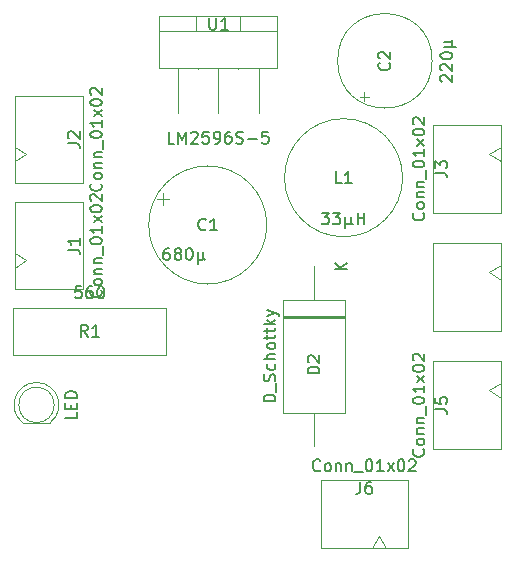
<source format=gbr>
G04 #@! TF.GenerationSoftware,KiCad,Pcbnew,(5.1.7)-1*
G04 #@! TF.CreationDate,2021-02-14T19:11:42+02:00*
G04 #@! TF.ProjectId,power_supply,706f7765-725f-4737-9570-706c792e6b69,rev?*
G04 #@! TF.SameCoordinates,Original*
G04 #@! TF.FileFunction,Other,Fab,Top*
%FSLAX46Y46*%
G04 Gerber Fmt 4.6, Leading zero omitted, Abs format (unit mm)*
G04 Created by KiCad (PCBNEW (5.1.7)-1) date 2021-02-14 19:11:42*
%MOMM*%
%LPD*%
G01*
G04 APERTURE LIST*
%ADD10C,0.100000*%
%ADD11C,0.150000*%
G04 APERTURE END LIST*
D10*
X193950000Y-158350000D02*
X193950000Y-152600000D01*
X193950000Y-152600000D02*
X186550000Y-152600000D01*
X186550000Y-152600000D02*
X186550000Y-158350000D01*
X186550000Y-158350000D02*
X193950000Y-158350000D01*
X192125000Y-158350000D02*
X191500000Y-157350000D01*
X191500000Y-157350000D02*
X190875000Y-158350000D01*
X201850000Y-142550000D02*
X196100000Y-142550000D01*
X196100000Y-142550000D02*
X196100000Y-149950000D01*
X196100000Y-149950000D02*
X201850000Y-149950000D01*
X201850000Y-149950000D02*
X201850000Y-142550000D01*
X201850000Y-144375000D02*
X200850000Y-145000000D01*
X200850000Y-145000000D02*
X201850000Y-145625000D01*
X173500000Y-142000000D02*
X173500000Y-138000000D01*
X173500000Y-138000000D02*
X160500000Y-138000000D01*
X160500000Y-138000000D02*
X160500000Y-142000000D01*
X160500000Y-142000000D02*
X173500000Y-142000000D01*
X163665476Y-147730555D02*
G75*
G03*
X161333810Y-147730000I-1165476J1500555D01*
G01*
X164000000Y-146230000D02*
G75*
G03*
X164000000Y-146230000I-1500000J0D01*
G01*
X161333810Y-147730000D02*
X163666190Y-147730000D01*
X160650000Y-127450000D02*
X166400000Y-127450000D01*
X166400000Y-127450000D02*
X166400000Y-120050000D01*
X166400000Y-120050000D02*
X160650000Y-120050000D01*
X160650000Y-120050000D02*
X160650000Y-127450000D01*
X160650000Y-125625000D02*
X161650000Y-125000000D01*
X161650000Y-125000000D02*
X160650000Y-124375000D01*
X160650000Y-136450000D02*
X166400000Y-136450000D01*
X166400000Y-136450000D02*
X166400000Y-129050000D01*
X166400000Y-129050000D02*
X160650000Y-129050000D01*
X160650000Y-129050000D02*
X160650000Y-136450000D01*
X160650000Y-134625000D02*
X161650000Y-134000000D01*
X161650000Y-134000000D02*
X160650000Y-133375000D01*
X182000000Y-131000000D02*
G75*
G03*
X182000000Y-131000000I-5000000J0D01*
G01*
X172711139Y-128812500D02*
X173711139Y-128812500D01*
X173211139Y-128312500D02*
X173211139Y-129312500D01*
X189852500Y-120126759D02*
X190652500Y-120126759D01*
X190252500Y-120526759D02*
X190252500Y-119726759D01*
X196000000Y-117100000D02*
G75*
G03*
X196000000Y-117100000I-4000000J0D01*
G01*
X188605000Y-138684500D02*
X183395000Y-138684500D01*
X188605000Y-138884500D02*
X183395000Y-138884500D01*
X188605000Y-138784500D02*
X183395000Y-138784500D01*
X186000000Y-149740000D02*
X186000000Y-146885000D01*
X186000000Y-134500000D02*
X186000000Y-137355000D01*
X188605000Y-146885000D02*
X188605000Y-137355000D01*
X183395000Y-146885000D02*
X188605000Y-146885000D01*
X183395000Y-137355000D02*
X183395000Y-146885000D01*
X188605000Y-137355000D02*
X183395000Y-137355000D01*
X200850000Y-125000000D02*
X201850000Y-125625000D01*
X201850000Y-124375000D02*
X200850000Y-125000000D01*
X201850000Y-129950000D02*
X201850000Y-122550000D01*
X196100000Y-129950000D02*
X201850000Y-129950000D01*
X196100000Y-122550000D02*
X196100000Y-129950000D01*
X201850000Y-122550000D02*
X196100000Y-122550000D01*
X200850000Y-135000000D02*
X201850000Y-135625000D01*
X201850000Y-134375000D02*
X200850000Y-135000000D01*
X201850000Y-139950000D02*
X201850000Y-132550000D01*
X196100000Y-139950000D02*
X201850000Y-139950000D01*
X196100000Y-132550000D02*
X196100000Y-139950000D01*
X201850000Y-132550000D02*
X196100000Y-132550000D01*
X193500000Y-127000000D02*
G75*
G03*
X193500000Y-127000000I-5000000J0D01*
G01*
X181300000Y-117700000D02*
X181300000Y-121500000D01*
X179600000Y-117700000D02*
X179600000Y-117800000D01*
X177900000Y-117700000D02*
X177900000Y-121500000D01*
X176200000Y-117700000D02*
X176200000Y-117800000D01*
X174500000Y-117700000D02*
X174500000Y-121500000D01*
X179750000Y-113300000D02*
X179750000Y-114570000D01*
X176050000Y-113300000D02*
X176050000Y-114570000D01*
X172900000Y-114570000D02*
X182900000Y-114570000D01*
X182900000Y-113300000D02*
X172900000Y-113300000D01*
X182900000Y-117700000D02*
X182900000Y-113300000D01*
X172900000Y-117700000D02*
X182900000Y-117700000D01*
X172900000Y-113300000D02*
X172900000Y-117700000D01*
D11*
X186511904Y-151757142D02*
X186464285Y-151804761D01*
X186321428Y-151852380D01*
X186226190Y-151852380D01*
X186083333Y-151804761D01*
X185988095Y-151709523D01*
X185940476Y-151614285D01*
X185892857Y-151423809D01*
X185892857Y-151280952D01*
X185940476Y-151090476D01*
X185988095Y-150995238D01*
X186083333Y-150900000D01*
X186226190Y-150852380D01*
X186321428Y-150852380D01*
X186464285Y-150900000D01*
X186511904Y-150947619D01*
X187083333Y-151852380D02*
X186988095Y-151804761D01*
X186940476Y-151757142D01*
X186892857Y-151661904D01*
X186892857Y-151376190D01*
X186940476Y-151280952D01*
X186988095Y-151233333D01*
X187083333Y-151185714D01*
X187226190Y-151185714D01*
X187321428Y-151233333D01*
X187369047Y-151280952D01*
X187416666Y-151376190D01*
X187416666Y-151661904D01*
X187369047Y-151757142D01*
X187321428Y-151804761D01*
X187226190Y-151852380D01*
X187083333Y-151852380D01*
X187845238Y-151185714D02*
X187845238Y-151852380D01*
X187845238Y-151280952D02*
X187892857Y-151233333D01*
X187988095Y-151185714D01*
X188130952Y-151185714D01*
X188226190Y-151233333D01*
X188273809Y-151328571D01*
X188273809Y-151852380D01*
X188750000Y-151185714D02*
X188750000Y-151852380D01*
X188750000Y-151280952D02*
X188797619Y-151233333D01*
X188892857Y-151185714D01*
X189035714Y-151185714D01*
X189130952Y-151233333D01*
X189178571Y-151328571D01*
X189178571Y-151852380D01*
X189416666Y-151947619D02*
X190178571Y-151947619D01*
X190607142Y-150852380D02*
X190702380Y-150852380D01*
X190797619Y-150900000D01*
X190845238Y-150947619D01*
X190892857Y-151042857D01*
X190940476Y-151233333D01*
X190940476Y-151471428D01*
X190892857Y-151661904D01*
X190845238Y-151757142D01*
X190797619Y-151804761D01*
X190702380Y-151852380D01*
X190607142Y-151852380D01*
X190511904Y-151804761D01*
X190464285Y-151757142D01*
X190416666Y-151661904D01*
X190369047Y-151471428D01*
X190369047Y-151233333D01*
X190416666Y-151042857D01*
X190464285Y-150947619D01*
X190511904Y-150900000D01*
X190607142Y-150852380D01*
X191892857Y-151852380D02*
X191321428Y-151852380D01*
X191607142Y-151852380D02*
X191607142Y-150852380D01*
X191511904Y-150995238D01*
X191416666Y-151090476D01*
X191321428Y-151138095D01*
X192226190Y-151852380D02*
X192750000Y-151185714D01*
X192226190Y-151185714D02*
X192750000Y-151852380D01*
X193321428Y-150852380D02*
X193416666Y-150852380D01*
X193511904Y-150900000D01*
X193559523Y-150947619D01*
X193607142Y-151042857D01*
X193654761Y-151233333D01*
X193654761Y-151471428D01*
X193607142Y-151661904D01*
X193559523Y-151757142D01*
X193511904Y-151804761D01*
X193416666Y-151852380D01*
X193321428Y-151852380D01*
X193226190Y-151804761D01*
X193178571Y-151757142D01*
X193130952Y-151661904D01*
X193083333Y-151471428D01*
X193083333Y-151233333D01*
X193130952Y-151042857D01*
X193178571Y-150947619D01*
X193226190Y-150900000D01*
X193321428Y-150852380D01*
X194035714Y-150947619D02*
X194083333Y-150900000D01*
X194178571Y-150852380D01*
X194416666Y-150852380D01*
X194511904Y-150900000D01*
X194559523Y-150947619D01*
X194607142Y-151042857D01*
X194607142Y-151138095D01*
X194559523Y-151280952D01*
X193988095Y-151852380D01*
X194607142Y-151852380D01*
X189916666Y-152752380D02*
X189916666Y-153466666D01*
X189869047Y-153609523D01*
X189773809Y-153704761D01*
X189630952Y-153752380D01*
X189535714Y-153752380D01*
X190821428Y-152752380D02*
X190630952Y-152752380D01*
X190535714Y-152800000D01*
X190488095Y-152847619D01*
X190392857Y-152990476D01*
X190345238Y-153180952D01*
X190345238Y-153561904D01*
X190392857Y-153657142D01*
X190440476Y-153704761D01*
X190535714Y-153752380D01*
X190726190Y-153752380D01*
X190821428Y-153704761D01*
X190869047Y-153657142D01*
X190916666Y-153561904D01*
X190916666Y-153323809D01*
X190869047Y-153228571D01*
X190821428Y-153180952D01*
X190726190Y-153133333D01*
X190535714Y-153133333D01*
X190440476Y-153180952D01*
X190392857Y-153228571D01*
X190345238Y-153323809D01*
X195257142Y-149988095D02*
X195304761Y-150035714D01*
X195352380Y-150178571D01*
X195352380Y-150273809D01*
X195304761Y-150416666D01*
X195209523Y-150511904D01*
X195114285Y-150559523D01*
X194923809Y-150607142D01*
X194780952Y-150607142D01*
X194590476Y-150559523D01*
X194495238Y-150511904D01*
X194400000Y-150416666D01*
X194352380Y-150273809D01*
X194352380Y-150178571D01*
X194400000Y-150035714D01*
X194447619Y-149988095D01*
X195352380Y-149416666D02*
X195304761Y-149511904D01*
X195257142Y-149559523D01*
X195161904Y-149607142D01*
X194876190Y-149607142D01*
X194780952Y-149559523D01*
X194733333Y-149511904D01*
X194685714Y-149416666D01*
X194685714Y-149273809D01*
X194733333Y-149178571D01*
X194780952Y-149130952D01*
X194876190Y-149083333D01*
X195161904Y-149083333D01*
X195257142Y-149130952D01*
X195304761Y-149178571D01*
X195352380Y-149273809D01*
X195352380Y-149416666D01*
X194685714Y-148654761D02*
X195352380Y-148654761D01*
X194780952Y-148654761D02*
X194733333Y-148607142D01*
X194685714Y-148511904D01*
X194685714Y-148369047D01*
X194733333Y-148273809D01*
X194828571Y-148226190D01*
X195352380Y-148226190D01*
X194685714Y-147750000D02*
X195352380Y-147750000D01*
X194780952Y-147750000D02*
X194733333Y-147702380D01*
X194685714Y-147607142D01*
X194685714Y-147464285D01*
X194733333Y-147369047D01*
X194828571Y-147321428D01*
X195352380Y-147321428D01*
X195447619Y-147083333D02*
X195447619Y-146321428D01*
X194352380Y-145892857D02*
X194352380Y-145797619D01*
X194400000Y-145702380D01*
X194447619Y-145654761D01*
X194542857Y-145607142D01*
X194733333Y-145559523D01*
X194971428Y-145559523D01*
X195161904Y-145607142D01*
X195257142Y-145654761D01*
X195304761Y-145702380D01*
X195352380Y-145797619D01*
X195352380Y-145892857D01*
X195304761Y-145988095D01*
X195257142Y-146035714D01*
X195161904Y-146083333D01*
X194971428Y-146130952D01*
X194733333Y-146130952D01*
X194542857Y-146083333D01*
X194447619Y-146035714D01*
X194400000Y-145988095D01*
X194352380Y-145892857D01*
X195352380Y-144607142D02*
X195352380Y-145178571D01*
X195352380Y-144892857D02*
X194352380Y-144892857D01*
X194495238Y-144988095D01*
X194590476Y-145083333D01*
X194638095Y-145178571D01*
X195352380Y-144273809D02*
X194685714Y-143750000D01*
X194685714Y-144273809D02*
X195352380Y-143750000D01*
X194352380Y-143178571D02*
X194352380Y-143083333D01*
X194400000Y-142988095D01*
X194447619Y-142940476D01*
X194542857Y-142892857D01*
X194733333Y-142845238D01*
X194971428Y-142845238D01*
X195161904Y-142892857D01*
X195257142Y-142940476D01*
X195304761Y-142988095D01*
X195352380Y-143083333D01*
X195352380Y-143178571D01*
X195304761Y-143273809D01*
X195257142Y-143321428D01*
X195161904Y-143369047D01*
X194971428Y-143416666D01*
X194733333Y-143416666D01*
X194542857Y-143369047D01*
X194447619Y-143321428D01*
X194400000Y-143273809D01*
X194352380Y-143178571D01*
X194447619Y-142464285D02*
X194400000Y-142416666D01*
X194352380Y-142321428D01*
X194352380Y-142083333D01*
X194400000Y-141988095D01*
X194447619Y-141940476D01*
X194542857Y-141892857D01*
X194638095Y-141892857D01*
X194780952Y-141940476D01*
X195352380Y-142511904D01*
X195352380Y-141892857D01*
X196252380Y-146583333D02*
X196966666Y-146583333D01*
X197109523Y-146630952D01*
X197204761Y-146726190D01*
X197252380Y-146869047D01*
X197252380Y-146964285D01*
X196252380Y-145630952D02*
X196252380Y-146107142D01*
X196728571Y-146154761D01*
X196680952Y-146107142D01*
X196633333Y-146011904D01*
X196633333Y-145773809D01*
X196680952Y-145678571D01*
X196728571Y-145630952D01*
X196823809Y-145583333D01*
X197061904Y-145583333D01*
X197157142Y-145630952D01*
X197204761Y-145678571D01*
X197252380Y-145773809D01*
X197252380Y-146011904D01*
X197204761Y-146107142D01*
X197157142Y-146154761D01*
X166285714Y-136202380D02*
X165809523Y-136202380D01*
X165761904Y-136678571D01*
X165809523Y-136630952D01*
X165904761Y-136583333D01*
X166142857Y-136583333D01*
X166238095Y-136630952D01*
X166285714Y-136678571D01*
X166333333Y-136773809D01*
X166333333Y-137011904D01*
X166285714Y-137107142D01*
X166238095Y-137154761D01*
X166142857Y-137202380D01*
X165904761Y-137202380D01*
X165809523Y-137154761D01*
X165761904Y-137107142D01*
X167190476Y-136202380D02*
X167000000Y-136202380D01*
X166904761Y-136250000D01*
X166857142Y-136297619D01*
X166761904Y-136440476D01*
X166714285Y-136630952D01*
X166714285Y-137011904D01*
X166761904Y-137107142D01*
X166809523Y-137154761D01*
X166904761Y-137202380D01*
X167095238Y-137202380D01*
X167190476Y-137154761D01*
X167238095Y-137107142D01*
X167285714Y-137011904D01*
X167285714Y-136773809D01*
X167238095Y-136678571D01*
X167190476Y-136630952D01*
X167095238Y-136583333D01*
X166904761Y-136583333D01*
X166809523Y-136630952D01*
X166761904Y-136678571D01*
X166714285Y-136773809D01*
X167904761Y-136202380D02*
X168000000Y-136202380D01*
X168095238Y-136250000D01*
X168142857Y-136297619D01*
X168190476Y-136392857D01*
X168238095Y-136583333D01*
X168238095Y-136821428D01*
X168190476Y-137011904D01*
X168142857Y-137107142D01*
X168095238Y-137154761D01*
X168000000Y-137202380D01*
X167904761Y-137202380D01*
X167809523Y-137154761D01*
X167761904Y-137107142D01*
X167714285Y-137011904D01*
X167666666Y-136821428D01*
X167666666Y-136583333D01*
X167714285Y-136392857D01*
X167761904Y-136297619D01*
X167809523Y-136250000D01*
X167904761Y-136202380D01*
X166833333Y-140452380D02*
X166500000Y-139976190D01*
X166261904Y-140452380D02*
X166261904Y-139452380D01*
X166642857Y-139452380D01*
X166738095Y-139500000D01*
X166785714Y-139547619D01*
X166833333Y-139642857D01*
X166833333Y-139785714D01*
X166785714Y-139880952D01*
X166738095Y-139928571D01*
X166642857Y-139976190D01*
X166261904Y-139976190D01*
X167785714Y-140452380D02*
X167214285Y-140452380D01*
X167500000Y-140452380D02*
X167500000Y-139452380D01*
X167404761Y-139595238D01*
X167309523Y-139690476D01*
X167214285Y-139738095D01*
X165912380Y-146872857D02*
X165912380Y-147349047D01*
X164912380Y-147349047D01*
X165388571Y-146539523D02*
X165388571Y-146206190D01*
X165912380Y-146063333D02*
X165912380Y-146539523D01*
X164912380Y-146539523D01*
X164912380Y-146063333D01*
X165912380Y-145634761D02*
X164912380Y-145634761D01*
X164912380Y-145396666D01*
X164960000Y-145253809D01*
X165055238Y-145158571D01*
X165150476Y-145110952D01*
X165340952Y-145063333D01*
X165483809Y-145063333D01*
X165674285Y-145110952D01*
X165769523Y-145158571D01*
X165864761Y-145253809D01*
X165912380Y-145396666D01*
X165912380Y-145634761D01*
X167957142Y-127488095D02*
X168004761Y-127535714D01*
X168052380Y-127678571D01*
X168052380Y-127773809D01*
X168004761Y-127916666D01*
X167909523Y-128011904D01*
X167814285Y-128059523D01*
X167623809Y-128107142D01*
X167480952Y-128107142D01*
X167290476Y-128059523D01*
X167195238Y-128011904D01*
X167100000Y-127916666D01*
X167052380Y-127773809D01*
X167052380Y-127678571D01*
X167100000Y-127535714D01*
X167147619Y-127488095D01*
X168052380Y-126916666D02*
X168004761Y-127011904D01*
X167957142Y-127059523D01*
X167861904Y-127107142D01*
X167576190Y-127107142D01*
X167480952Y-127059523D01*
X167433333Y-127011904D01*
X167385714Y-126916666D01*
X167385714Y-126773809D01*
X167433333Y-126678571D01*
X167480952Y-126630952D01*
X167576190Y-126583333D01*
X167861904Y-126583333D01*
X167957142Y-126630952D01*
X168004761Y-126678571D01*
X168052380Y-126773809D01*
X168052380Y-126916666D01*
X167385714Y-126154761D02*
X168052380Y-126154761D01*
X167480952Y-126154761D02*
X167433333Y-126107142D01*
X167385714Y-126011904D01*
X167385714Y-125869047D01*
X167433333Y-125773809D01*
X167528571Y-125726190D01*
X168052380Y-125726190D01*
X167385714Y-125250000D02*
X168052380Y-125250000D01*
X167480952Y-125250000D02*
X167433333Y-125202380D01*
X167385714Y-125107142D01*
X167385714Y-124964285D01*
X167433333Y-124869047D01*
X167528571Y-124821428D01*
X168052380Y-124821428D01*
X168147619Y-124583333D02*
X168147619Y-123821428D01*
X167052380Y-123392857D02*
X167052380Y-123297619D01*
X167100000Y-123202380D01*
X167147619Y-123154761D01*
X167242857Y-123107142D01*
X167433333Y-123059523D01*
X167671428Y-123059523D01*
X167861904Y-123107142D01*
X167957142Y-123154761D01*
X168004761Y-123202380D01*
X168052380Y-123297619D01*
X168052380Y-123392857D01*
X168004761Y-123488095D01*
X167957142Y-123535714D01*
X167861904Y-123583333D01*
X167671428Y-123630952D01*
X167433333Y-123630952D01*
X167242857Y-123583333D01*
X167147619Y-123535714D01*
X167100000Y-123488095D01*
X167052380Y-123392857D01*
X168052380Y-122107142D02*
X168052380Y-122678571D01*
X168052380Y-122392857D02*
X167052380Y-122392857D01*
X167195238Y-122488095D01*
X167290476Y-122583333D01*
X167338095Y-122678571D01*
X168052380Y-121773809D02*
X167385714Y-121250000D01*
X167385714Y-121773809D02*
X168052380Y-121250000D01*
X167052380Y-120678571D02*
X167052380Y-120583333D01*
X167100000Y-120488095D01*
X167147619Y-120440476D01*
X167242857Y-120392857D01*
X167433333Y-120345238D01*
X167671428Y-120345238D01*
X167861904Y-120392857D01*
X167957142Y-120440476D01*
X168004761Y-120488095D01*
X168052380Y-120583333D01*
X168052380Y-120678571D01*
X168004761Y-120773809D01*
X167957142Y-120821428D01*
X167861904Y-120869047D01*
X167671428Y-120916666D01*
X167433333Y-120916666D01*
X167242857Y-120869047D01*
X167147619Y-120821428D01*
X167100000Y-120773809D01*
X167052380Y-120678571D01*
X167147619Y-119964285D02*
X167100000Y-119916666D01*
X167052380Y-119821428D01*
X167052380Y-119583333D01*
X167100000Y-119488095D01*
X167147619Y-119440476D01*
X167242857Y-119392857D01*
X167338095Y-119392857D01*
X167480952Y-119440476D01*
X168052380Y-120011904D01*
X168052380Y-119392857D01*
X165152380Y-124083333D02*
X165866666Y-124083333D01*
X166009523Y-124130952D01*
X166104761Y-124226190D01*
X166152380Y-124369047D01*
X166152380Y-124464285D01*
X165247619Y-123654761D02*
X165200000Y-123607142D01*
X165152380Y-123511904D01*
X165152380Y-123273809D01*
X165200000Y-123178571D01*
X165247619Y-123130952D01*
X165342857Y-123083333D01*
X165438095Y-123083333D01*
X165580952Y-123130952D01*
X166152380Y-123702380D01*
X166152380Y-123083333D01*
X167957142Y-136488095D02*
X168004761Y-136535714D01*
X168052380Y-136678571D01*
X168052380Y-136773809D01*
X168004761Y-136916666D01*
X167909523Y-137011904D01*
X167814285Y-137059523D01*
X167623809Y-137107142D01*
X167480952Y-137107142D01*
X167290476Y-137059523D01*
X167195238Y-137011904D01*
X167100000Y-136916666D01*
X167052380Y-136773809D01*
X167052380Y-136678571D01*
X167100000Y-136535714D01*
X167147619Y-136488095D01*
X168052380Y-135916666D02*
X168004761Y-136011904D01*
X167957142Y-136059523D01*
X167861904Y-136107142D01*
X167576190Y-136107142D01*
X167480952Y-136059523D01*
X167433333Y-136011904D01*
X167385714Y-135916666D01*
X167385714Y-135773809D01*
X167433333Y-135678571D01*
X167480952Y-135630952D01*
X167576190Y-135583333D01*
X167861904Y-135583333D01*
X167957142Y-135630952D01*
X168004761Y-135678571D01*
X168052380Y-135773809D01*
X168052380Y-135916666D01*
X167385714Y-135154761D02*
X168052380Y-135154761D01*
X167480952Y-135154761D02*
X167433333Y-135107142D01*
X167385714Y-135011904D01*
X167385714Y-134869047D01*
X167433333Y-134773809D01*
X167528571Y-134726190D01*
X168052380Y-134726190D01*
X167385714Y-134250000D02*
X168052380Y-134250000D01*
X167480952Y-134250000D02*
X167433333Y-134202380D01*
X167385714Y-134107142D01*
X167385714Y-133964285D01*
X167433333Y-133869047D01*
X167528571Y-133821428D01*
X168052380Y-133821428D01*
X168147619Y-133583333D02*
X168147619Y-132821428D01*
X167052380Y-132392857D02*
X167052380Y-132297619D01*
X167100000Y-132202380D01*
X167147619Y-132154761D01*
X167242857Y-132107142D01*
X167433333Y-132059523D01*
X167671428Y-132059523D01*
X167861904Y-132107142D01*
X167957142Y-132154761D01*
X168004761Y-132202380D01*
X168052380Y-132297619D01*
X168052380Y-132392857D01*
X168004761Y-132488095D01*
X167957142Y-132535714D01*
X167861904Y-132583333D01*
X167671428Y-132630952D01*
X167433333Y-132630952D01*
X167242857Y-132583333D01*
X167147619Y-132535714D01*
X167100000Y-132488095D01*
X167052380Y-132392857D01*
X168052380Y-131107142D02*
X168052380Y-131678571D01*
X168052380Y-131392857D02*
X167052380Y-131392857D01*
X167195238Y-131488095D01*
X167290476Y-131583333D01*
X167338095Y-131678571D01*
X168052380Y-130773809D02*
X167385714Y-130250000D01*
X167385714Y-130773809D02*
X168052380Y-130250000D01*
X167052380Y-129678571D02*
X167052380Y-129583333D01*
X167100000Y-129488095D01*
X167147619Y-129440476D01*
X167242857Y-129392857D01*
X167433333Y-129345238D01*
X167671428Y-129345238D01*
X167861904Y-129392857D01*
X167957142Y-129440476D01*
X168004761Y-129488095D01*
X168052380Y-129583333D01*
X168052380Y-129678571D01*
X168004761Y-129773809D01*
X167957142Y-129821428D01*
X167861904Y-129869047D01*
X167671428Y-129916666D01*
X167433333Y-129916666D01*
X167242857Y-129869047D01*
X167147619Y-129821428D01*
X167100000Y-129773809D01*
X167052380Y-129678571D01*
X167147619Y-128964285D02*
X167100000Y-128916666D01*
X167052380Y-128821428D01*
X167052380Y-128583333D01*
X167100000Y-128488095D01*
X167147619Y-128440476D01*
X167242857Y-128392857D01*
X167338095Y-128392857D01*
X167480952Y-128440476D01*
X168052380Y-129011904D01*
X168052380Y-128392857D01*
X165152380Y-133083333D02*
X165866666Y-133083333D01*
X166009523Y-133130952D01*
X166104761Y-133226190D01*
X166152380Y-133369047D01*
X166152380Y-133464285D01*
X166152380Y-132083333D02*
X166152380Y-132654761D01*
X166152380Y-132369047D02*
X165152380Y-132369047D01*
X165295238Y-132464285D01*
X165390476Y-132559523D01*
X165438095Y-132654761D01*
X173714285Y-132952380D02*
X173523809Y-132952380D01*
X173428571Y-133000000D01*
X173380952Y-133047619D01*
X173285714Y-133190476D01*
X173238095Y-133380952D01*
X173238095Y-133761904D01*
X173285714Y-133857142D01*
X173333333Y-133904761D01*
X173428571Y-133952380D01*
X173619047Y-133952380D01*
X173714285Y-133904761D01*
X173761904Y-133857142D01*
X173809523Y-133761904D01*
X173809523Y-133523809D01*
X173761904Y-133428571D01*
X173714285Y-133380952D01*
X173619047Y-133333333D01*
X173428571Y-133333333D01*
X173333333Y-133380952D01*
X173285714Y-133428571D01*
X173238095Y-133523809D01*
X174380952Y-133380952D02*
X174285714Y-133333333D01*
X174238095Y-133285714D01*
X174190476Y-133190476D01*
X174190476Y-133142857D01*
X174238095Y-133047619D01*
X174285714Y-133000000D01*
X174380952Y-132952380D01*
X174571428Y-132952380D01*
X174666666Y-133000000D01*
X174714285Y-133047619D01*
X174761904Y-133142857D01*
X174761904Y-133190476D01*
X174714285Y-133285714D01*
X174666666Y-133333333D01*
X174571428Y-133380952D01*
X174380952Y-133380952D01*
X174285714Y-133428571D01*
X174238095Y-133476190D01*
X174190476Y-133571428D01*
X174190476Y-133761904D01*
X174238095Y-133857142D01*
X174285714Y-133904761D01*
X174380952Y-133952380D01*
X174571428Y-133952380D01*
X174666666Y-133904761D01*
X174714285Y-133857142D01*
X174761904Y-133761904D01*
X174761904Y-133571428D01*
X174714285Y-133476190D01*
X174666666Y-133428571D01*
X174571428Y-133380952D01*
X175380952Y-132952380D02*
X175476190Y-132952380D01*
X175571428Y-133000000D01*
X175619047Y-133047619D01*
X175666666Y-133142857D01*
X175714285Y-133333333D01*
X175714285Y-133571428D01*
X175666666Y-133761904D01*
X175619047Y-133857142D01*
X175571428Y-133904761D01*
X175476190Y-133952380D01*
X175380952Y-133952380D01*
X175285714Y-133904761D01*
X175238095Y-133857142D01*
X175190476Y-133761904D01*
X175142857Y-133571428D01*
X175142857Y-133333333D01*
X175190476Y-133142857D01*
X175238095Y-133047619D01*
X175285714Y-133000000D01*
X175380952Y-132952380D01*
X176142857Y-133285714D02*
X176142857Y-134285714D01*
X176619047Y-133809523D02*
X176666666Y-133904761D01*
X176761904Y-133952380D01*
X176142857Y-133809523D02*
X176190476Y-133904761D01*
X176285714Y-133952380D01*
X176476190Y-133952380D01*
X176571428Y-133904761D01*
X176619047Y-133809523D01*
X176619047Y-133285714D01*
X176833333Y-131357142D02*
X176785714Y-131404761D01*
X176642857Y-131452380D01*
X176547619Y-131452380D01*
X176404761Y-131404761D01*
X176309523Y-131309523D01*
X176261904Y-131214285D01*
X176214285Y-131023809D01*
X176214285Y-130880952D01*
X176261904Y-130690476D01*
X176309523Y-130595238D01*
X176404761Y-130500000D01*
X176547619Y-130452380D01*
X176642857Y-130452380D01*
X176785714Y-130500000D01*
X176833333Y-130547619D01*
X177785714Y-131452380D02*
X177214285Y-131452380D01*
X177500000Y-131452380D02*
X177500000Y-130452380D01*
X177404761Y-130595238D01*
X177309523Y-130690476D01*
X177214285Y-130738095D01*
X196797619Y-118861904D02*
X196750000Y-118814285D01*
X196702380Y-118719047D01*
X196702380Y-118480952D01*
X196750000Y-118385714D01*
X196797619Y-118338095D01*
X196892857Y-118290476D01*
X196988095Y-118290476D01*
X197130952Y-118338095D01*
X197702380Y-118909523D01*
X197702380Y-118290476D01*
X196797619Y-117909523D02*
X196750000Y-117861904D01*
X196702380Y-117766666D01*
X196702380Y-117528571D01*
X196750000Y-117433333D01*
X196797619Y-117385714D01*
X196892857Y-117338095D01*
X196988095Y-117338095D01*
X197130952Y-117385714D01*
X197702380Y-117957142D01*
X197702380Y-117338095D01*
X196702380Y-116719047D02*
X196702380Y-116623809D01*
X196750000Y-116528571D01*
X196797619Y-116480952D01*
X196892857Y-116433333D01*
X197083333Y-116385714D01*
X197321428Y-116385714D01*
X197511904Y-116433333D01*
X197607142Y-116480952D01*
X197654761Y-116528571D01*
X197702380Y-116623809D01*
X197702380Y-116719047D01*
X197654761Y-116814285D01*
X197607142Y-116861904D01*
X197511904Y-116909523D01*
X197321428Y-116957142D01*
X197083333Y-116957142D01*
X196892857Y-116909523D01*
X196797619Y-116861904D01*
X196750000Y-116814285D01*
X196702380Y-116719047D01*
X197035714Y-115957142D02*
X198035714Y-115957142D01*
X197559523Y-115480952D02*
X197654761Y-115433333D01*
X197702380Y-115338095D01*
X197559523Y-115957142D02*
X197654761Y-115909523D01*
X197702380Y-115814285D01*
X197702380Y-115623809D01*
X197654761Y-115528571D01*
X197559523Y-115480952D01*
X197035714Y-115480952D01*
X192357142Y-117266666D02*
X192404761Y-117314285D01*
X192452380Y-117457142D01*
X192452380Y-117552380D01*
X192404761Y-117695238D01*
X192309523Y-117790476D01*
X192214285Y-117838095D01*
X192023809Y-117885714D01*
X191880952Y-117885714D01*
X191690476Y-117838095D01*
X191595238Y-117790476D01*
X191500000Y-117695238D01*
X191452380Y-117552380D01*
X191452380Y-117457142D01*
X191500000Y-117314285D01*
X191547619Y-117266666D01*
X191547619Y-116885714D02*
X191500000Y-116838095D01*
X191452380Y-116742857D01*
X191452380Y-116504761D01*
X191500000Y-116409523D01*
X191547619Y-116361904D01*
X191642857Y-116314285D01*
X191738095Y-116314285D01*
X191880952Y-116361904D01*
X192452380Y-116933333D01*
X192452380Y-116314285D01*
X182727380Y-145929523D02*
X181727380Y-145929523D01*
X181727380Y-145691428D01*
X181775000Y-145548571D01*
X181870238Y-145453333D01*
X181965476Y-145405714D01*
X182155952Y-145358095D01*
X182298809Y-145358095D01*
X182489285Y-145405714D01*
X182584523Y-145453333D01*
X182679761Y-145548571D01*
X182727380Y-145691428D01*
X182727380Y-145929523D01*
X182822619Y-145167619D02*
X182822619Y-144405714D01*
X182679761Y-144215238D02*
X182727380Y-144072380D01*
X182727380Y-143834285D01*
X182679761Y-143739047D01*
X182632142Y-143691428D01*
X182536904Y-143643809D01*
X182441666Y-143643809D01*
X182346428Y-143691428D01*
X182298809Y-143739047D01*
X182251190Y-143834285D01*
X182203571Y-144024761D01*
X182155952Y-144120000D01*
X182108333Y-144167619D01*
X182013095Y-144215238D01*
X181917857Y-144215238D01*
X181822619Y-144167619D01*
X181775000Y-144120000D01*
X181727380Y-144024761D01*
X181727380Y-143786666D01*
X181775000Y-143643809D01*
X182679761Y-142786666D02*
X182727380Y-142881904D01*
X182727380Y-143072380D01*
X182679761Y-143167619D01*
X182632142Y-143215238D01*
X182536904Y-143262857D01*
X182251190Y-143262857D01*
X182155952Y-143215238D01*
X182108333Y-143167619D01*
X182060714Y-143072380D01*
X182060714Y-142881904D01*
X182108333Y-142786666D01*
X182727380Y-142358095D02*
X181727380Y-142358095D01*
X182727380Y-141929523D02*
X182203571Y-141929523D01*
X182108333Y-141977142D01*
X182060714Y-142072380D01*
X182060714Y-142215238D01*
X182108333Y-142310476D01*
X182155952Y-142358095D01*
X182727380Y-141310476D02*
X182679761Y-141405714D01*
X182632142Y-141453333D01*
X182536904Y-141500952D01*
X182251190Y-141500952D01*
X182155952Y-141453333D01*
X182108333Y-141405714D01*
X182060714Y-141310476D01*
X182060714Y-141167619D01*
X182108333Y-141072380D01*
X182155952Y-141024761D01*
X182251190Y-140977142D01*
X182536904Y-140977142D01*
X182632142Y-141024761D01*
X182679761Y-141072380D01*
X182727380Y-141167619D01*
X182727380Y-141310476D01*
X182060714Y-140691428D02*
X182060714Y-140310476D01*
X181727380Y-140548571D02*
X182584523Y-140548571D01*
X182679761Y-140500952D01*
X182727380Y-140405714D01*
X182727380Y-140310476D01*
X182060714Y-140120000D02*
X182060714Y-139739047D01*
X181727380Y-139977142D02*
X182584523Y-139977142D01*
X182679761Y-139929523D01*
X182727380Y-139834285D01*
X182727380Y-139739047D01*
X182727380Y-139405714D02*
X181727380Y-139405714D01*
X182346428Y-139310476D02*
X182727380Y-139024761D01*
X182060714Y-139024761D02*
X182441666Y-139405714D01*
X182060714Y-138691428D02*
X182727380Y-138453333D01*
X182060714Y-138215238D02*
X182727380Y-138453333D01*
X182965476Y-138548571D01*
X183013095Y-138596190D01*
X183060714Y-138691428D01*
X186452380Y-143572845D02*
X185452380Y-143572845D01*
X185452380Y-143334750D01*
X185500000Y-143191892D01*
X185595238Y-143096654D01*
X185690476Y-143049035D01*
X185880952Y-143001416D01*
X186023809Y-143001416D01*
X186214285Y-143049035D01*
X186309523Y-143096654D01*
X186404761Y-143191892D01*
X186452380Y-143334750D01*
X186452380Y-143572845D01*
X185547619Y-142620464D02*
X185500000Y-142572845D01*
X185452380Y-142477607D01*
X185452380Y-142239511D01*
X185500000Y-142144273D01*
X185547619Y-142096654D01*
X185642857Y-142049035D01*
X185738095Y-142049035D01*
X185880952Y-142096654D01*
X186452380Y-142668083D01*
X186452380Y-142049035D01*
X188752380Y-134761904D02*
X187752380Y-134761904D01*
X188752380Y-134190476D02*
X188180952Y-134619047D01*
X187752380Y-134190476D02*
X188323809Y-134761904D01*
X195257142Y-129988095D02*
X195304761Y-130035714D01*
X195352380Y-130178571D01*
X195352380Y-130273809D01*
X195304761Y-130416666D01*
X195209523Y-130511904D01*
X195114285Y-130559523D01*
X194923809Y-130607142D01*
X194780952Y-130607142D01*
X194590476Y-130559523D01*
X194495238Y-130511904D01*
X194400000Y-130416666D01*
X194352380Y-130273809D01*
X194352380Y-130178571D01*
X194400000Y-130035714D01*
X194447619Y-129988095D01*
X195352380Y-129416666D02*
X195304761Y-129511904D01*
X195257142Y-129559523D01*
X195161904Y-129607142D01*
X194876190Y-129607142D01*
X194780952Y-129559523D01*
X194733333Y-129511904D01*
X194685714Y-129416666D01*
X194685714Y-129273809D01*
X194733333Y-129178571D01*
X194780952Y-129130952D01*
X194876190Y-129083333D01*
X195161904Y-129083333D01*
X195257142Y-129130952D01*
X195304761Y-129178571D01*
X195352380Y-129273809D01*
X195352380Y-129416666D01*
X194685714Y-128654761D02*
X195352380Y-128654761D01*
X194780952Y-128654761D02*
X194733333Y-128607142D01*
X194685714Y-128511904D01*
X194685714Y-128369047D01*
X194733333Y-128273809D01*
X194828571Y-128226190D01*
X195352380Y-128226190D01*
X194685714Y-127750000D02*
X195352380Y-127750000D01*
X194780952Y-127750000D02*
X194733333Y-127702380D01*
X194685714Y-127607142D01*
X194685714Y-127464285D01*
X194733333Y-127369047D01*
X194828571Y-127321428D01*
X195352380Y-127321428D01*
X195447619Y-127083333D02*
X195447619Y-126321428D01*
X194352380Y-125892857D02*
X194352380Y-125797619D01*
X194400000Y-125702380D01*
X194447619Y-125654761D01*
X194542857Y-125607142D01*
X194733333Y-125559523D01*
X194971428Y-125559523D01*
X195161904Y-125607142D01*
X195257142Y-125654761D01*
X195304761Y-125702380D01*
X195352380Y-125797619D01*
X195352380Y-125892857D01*
X195304761Y-125988095D01*
X195257142Y-126035714D01*
X195161904Y-126083333D01*
X194971428Y-126130952D01*
X194733333Y-126130952D01*
X194542857Y-126083333D01*
X194447619Y-126035714D01*
X194400000Y-125988095D01*
X194352380Y-125892857D01*
X195352380Y-124607142D02*
X195352380Y-125178571D01*
X195352380Y-124892857D02*
X194352380Y-124892857D01*
X194495238Y-124988095D01*
X194590476Y-125083333D01*
X194638095Y-125178571D01*
X195352380Y-124273809D02*
X194685714Y-123750000D01*
X194685714Y-124273809D02*
X195352380Y-123750000D01*
X194352380Y-123178571D02*
X194352380Y-123083333D01*
X194400000Y-122988095D01*
X194447619Y-122940476D01*
X194542857Y-122892857D01*
X194733333Y-122845238D01*
X194971428Y-122845238D01*
X195161904Y-122892857D01*
X195257142Y-122940476D01*
X195304761Y-122988095D01*
X195352380Y-123083333D01*
X195352380Y-123178571D01*
X195304761Y-123273809D01*
X195257142Y-123321428D01*
X195161904Y-123369047D01*
X194971428Y-123416666D01*
X194733333Y-123416666D01*
X194542857Y-123369047D01*
X194447619Y-123321428D01*
X194400000Y-123273809D01*
X194352380Y-123178571D01*
X194447619Y-122464285D02*
X194400000Y-122416666D01*
X194352380Y-122321428D01*
X194352380Y-122083333D01*
X194400000Y-121988095D01*
X194447619Y-121940476D01*
X194542857Y-121892857D01*
X194638095Y-121892857D01*
X194780952Y-121940476D01*
X195352380Y-122511904D01*
X195352380Y-121892857D01*
X196252380Y-126583333D02*
X196966666Y-126583333D01*
X197109523Y-126630952D01*
X197204761Y-126726190D01*
X197252380Y-126869047D01*
X197252380Y-126964285D01*
X196252380Y-126202380D02*
X196252380Y-125583333D01*
X196633333Y-125916666D01*
X196633333Y-125773809D01*
X196680952Y-125678571D01*
X196728571Y-125630952D01*
X196823809Y-125583333D01*
X197061904Y-125583333D01*
X197157142Y-125630952D01*
X197204761Y-125678571D01*
X197252380Y-125773809D01*
X197252380Y-126059523D01*
X197204761Y-126154761D01*
X197157142Y-126202380D01*
X186642857Y-129952380D02*
X187261904Y-129952380D01*
X186928571Y-130333333D01*
X187071428Y-130333333D01*
X187166666Y-130380952D01*
X187214285Y-130428571D01*
X187261904Y-130523809D01*
X187261904Y-130761904D01*
X187214285Y-130857142D01*
X187166666Y-130904761D01*
X187071428Y-130952380D01*
X186785714Y-130952380D01*
X186690476Y-130904761D01*
X186642857Y-130857142D01*
X187595238Y-129952380D02*
X188214285Y-129952380D01*
X187880952Y-130333333D01*
X188023809Y-130333333D01*
X188119047Y-130380952D01*
X188166666Y-130428571D01*
X188214285Y-130523809D01*
X188214285Y-130761904D01*
X188166666Y-130857142D01*
X188119047Y-130904761D01*
X188023809Y-130952380D01*
X187738095Y-130952380D01*
X187642857Y-130904761D01*
X187595238Y-130857142D01*
X188642857Y-130285714D02*
X188642857Y-131285714D01*
X189119047Y-130809523D02*
X189166666Y-130904761D01*
X189261904Y-130952380D01*
X188642857Y-130809523D02*
X188690476Y-130904761D01*
X188785714Y-130952380D01*
X188976190Y-130952380D01*
X189071428Y-130904761D01*
X189119047Y-130809523D01*
X189119047Y-130285714D01*
X189690476Y-130952380D02*
X189690476Y-129952380D01*
X189690476Y-130428571D02*
X190261904Y-130428571D01*
X190261904Y-130952380D02*
X190261904Y-129952380D01*
X188333333Y-127452380D02*
X187857142Y-127452380D01*
X187857142Y-126452380D01*
X189190476Y-127452380D02*
X188619047Y-127452380D01*
X188904761Y-127452380D02*
X188904761Y-126452380D01*
X188809523Y-126595238D01*
X188714285Y-126690476D01*
X188619047Y-126738095D01*
X174161904Y-124102380D02*
X173685714Y-124102380D01*
X173685714Y-123102380D01*
X174495238Y-124102380D02*
X174495238Y-123102380D01*
X174828571Y-123816666D01*
X175161904Y-123102380D01*
X175161904Y-124102380D01*
X175590476Y-123197619D02*
X175638095Y-123150000D01*
X175733333Y-123102380D01*
X175971428Y-123102380D01*
X176066666Y-123150000D01*
X176114285Y-123197619D01*
X176161904Y-123292857D01*
X176161904Y-123388095D01*
X176114285Y-123530952D01*
X175542857Y-124102380D01*
X176161904Y-124102380D01*
X177066666Y-123102380D02*
X176590476Y-123102380D01*
X176542857Y-123578571D01*
X176590476Y-123530952D01*
X176685714Y-123483333D01*
X176923809Y-123483333D01*
X177019047Y-123530952D01*
X177066666Y-123578571D01*
X177114285Y-123673809D01*
X177114285Y-123911904D01*
X177066666Y-124007142D01*
X177019047Y-124054761D01*
X176923809Y-124102380D01*
X176685714Y-124102380D01*
X176590476Y-124054761D01*
X176542857Y-124007142D01*
X177590476Y-124102380D02*
X177780952Y-124102380D01*
X177876190Y-124054761D01*
X177923809Y-124007142D01*
X178019047Y-123864285D01*
X178066666Y-123673809D01*
X178066666Y-123292857D01*
X178019047Y-123197619D01*
X177971428Y-123150000D01*
X177876190Y-123102380D01*
X177685714Y-123102380D01*
X177590476Y-123150000D01*
X177542857Y-123197619D01*
X177495238Y-123292857D01*
X177495238Y-123530952D01*
X177542857Y-123626190D01*
X177590476Y-123673809D01*
X177685714Y-123721428D01*
X177876190Y-123721428D01*
X177971428Y-123673809D01*
X178019047Y-123626190D01*
X178066666Y-123530952D01*
X178923809Y-123102380D02*
X178733333Y-123102380D01*
X178638095Y-123150000D01*
X178590476Y-123197619D01*
X178495238Y-123340476D01*
X178447619Y-123530952D01*
X178447619Y-123911904D01*
X178495238Y-124007142D01*
X178542857Y-124054761D01*
X178638095Y-124102380D01*
X178828571Y-124102380D01*
X178923809Y-124054761D01*
X178971428Y-124007142D01*
X179019047Y-123911904D01*
X179019047Y-123673809D01*
X178971428Y-123578571D01*
X178923809Y-123530952D01*
X178828571Y-123483333D01*
X178638095Y-123483333D01*
X178542857Y-123530952D01*
X178495238Y-123578571D01*
X178447619Y-123673809D01*
X179400000Y-124054761D02*
X179542857Y-124102380D01*
X179780952Y-124102380D01*
X179876190Y-124054761D01*
X179923809Y-124007142D01*
X179971428Y-123911904D01*
X179971428Y-123816666D01*
X179923809Y-123721428D01*
X179876190Y-123673809D01*
X179780952Y-123626190D01*
X179590476Y-123578571D01*
X179495238Y-123530952D01*
X179447619Y-123483333D01*
X179400000Y-123388095D01*
X179400000Y-123292857D01*
X179447619Y-123197619D01*
X179495238Y-123150000D01*
X179590476Y-123102380D01*
X179828571Y-123102380D01*
X179971428Y-123150000D01*
X180400000Y-123721428D02*
X181161904Y-123721428D01*
X182114285Y-123102380D02*
X181638095Y-123102380D01*
X181590476Y-123578571D01*
X181638095Y-123530952D01*
X181733333Y-123483333D01*
X181971428Y-123483333D01*
X182066666Y-123530952D01*
X182114285Y-123578571D01*
X182161904Y-123673809D01*
X182161904Y-123911904D01*
X182114285Y-124007142D01*
X182066666Y-124054761D01*
X181971428Y-124102380D01*
X181733333Y-124102380D01*
X181638095Y-124054761D01*
X181590476Y-124007142D01*
X177138095Y-113452380D02*
X177138095Y-114261904D01*
X177185714Y-114357142D01*
X177233333Y-114404761D01*
X177328571Y-114452380D01*
X177519047Y-114452380D01*
X177614285Y-114404761D01*
X177661904Y-114357142D01*
X177709523Y-114261904D01*
X177709523Y-113452380D01*
X178709523Y-114452380D02*
X178138095Y-114452380D01*
X178423809Y-114452380D02*
X178423809Y-113452380D01*
X178328571Y-113595238D01*
X178233333Y-113690476D01*
X178138095Y-113738095D01*
M02*

</source>
